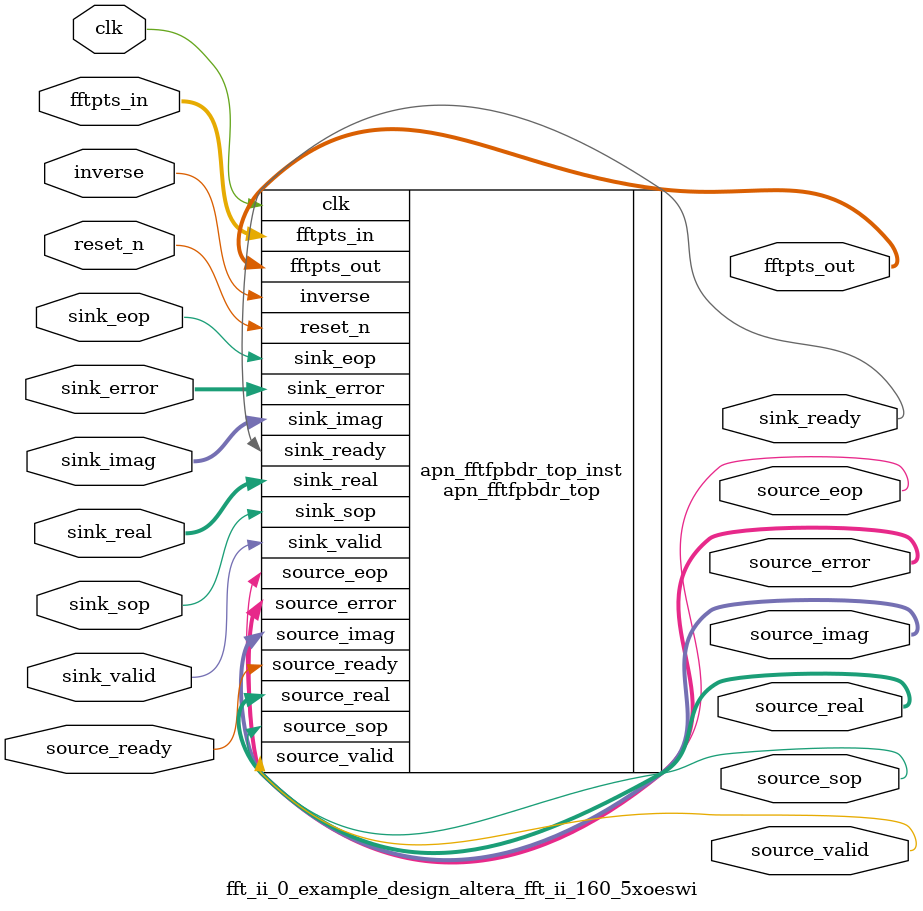
<source format=sv>



module fft_ii_0_example_design_altera_fft_ii_160_5xoeswi (
   input clk, 
   input reset_n,
	input [18 : 0] fftpts_in,
	input	[0 : 0] inverse,
	input	sink_valid,
	input	sink_sop,
	input	sink_eop,
	input	logic [31 : 0] sink_real,
	input	logic [31 : 0] sink_imag,
	input	logic [1 : 0] sink_error,
	input	source_ready,
   output [18 : 0] fftpts_out,
	output sink_ready,
	output [1 : 0] source_error,
	output source_sop,
	output source_eop,
	output source_valid,
	output [31 : 0] source_real,
	output [31 : 0] source_imag
	);

	apn_fftfpbdr_top #(
		.DEVICE_FAMILY_g("Arria 10"),
		.MAX_FFTPTS_g(262144),
		.NUM_STAGES_g(9),
		.DATAWIDTH_g(32),
		.TWIDWIDTH_g(32),
		.MAX_GROW_g (0),
		.TWIDROM_BASE_g("fft_ii_0_example_design_altera_fft_ii_160_5xoeswi_"),
		.DSP_ROUNDING_g(0),
		.INPUT_FORMAT_g("NATURAL_ORDER"),
		.OUTPUT_FORMAT_g("DIGIT_REVERSED"),
		.REPRESENTATION_g("FLOATPT"),
		.DSP_ARCH_g(3),
        .PRUNE_g("2,2,2,2,2,2,3,2,0") 
	)
	apn_fftfpbdr_top_inst (
		.clk(clk),
		.reset_n(reset_n),
		.fftpts_in(fftpts_in),
		.fftpts_out(fftpts_out),
		.inverse(inverse[0]),
		.sink_valid(sink_valid),
		.sink_sop(sink_sop),
		.sink_eop(sink_eop),
		.sink_real(sink_real),
		.sink_imag(sink_imag),
		.sink_ready(sink_ready),
		.sink_error(sink_error),
		.source_error(source_error),
		.source_ready(source_ready),
		.source_sop(source_sop),
		.source_eop(source_eop),
		.source_valid(source_valid),
		.source_real(source_real),
		.source_imag(source_imag)
	);
endmodule


</source>
